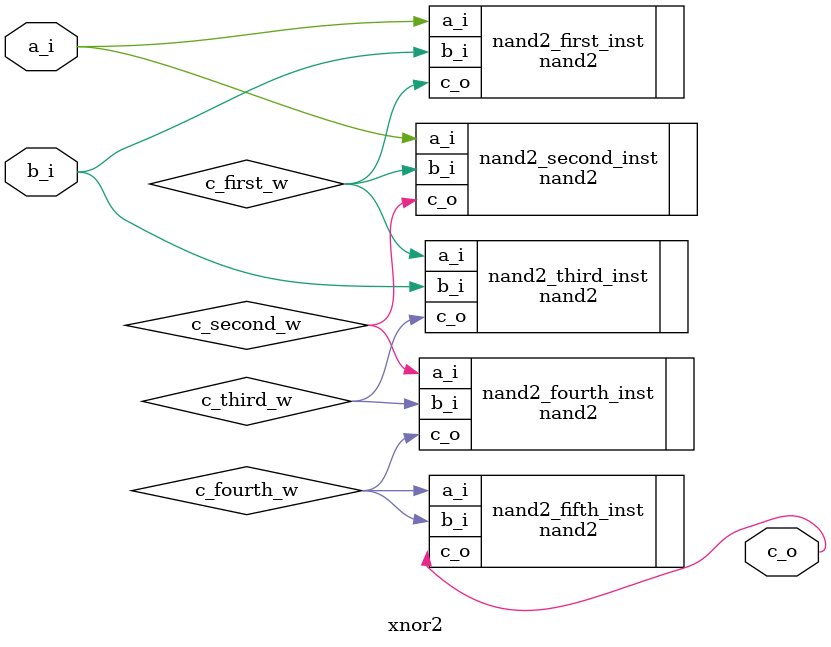
<source format=sv>
module xnor2
  (input [0:0] a_i
  ,input [0:0] b_i
  ,output [0:0] c_o);

   // For Lab 1, do not use assign statements!
   // Your code here:

  wire [0:0] c_first_w;
  wire [0:0] c_second_w;
  wire [0:0] c_third_w;
  wire [0:0] c_fourth_w;

  nand2 
    #()
  nand2_first_inst
    (.a_i(a_i),        // 0,0,1,1
     .b_i(b_i),        // 0,1,0,1
     .c_o(c_first_w)   // 1,1,1,0
    );

  nand2 
    #()
  nand2_second_inst
    (.a_i(a_i),        // 0,0,1,1
     .b_i(c_first_w),  // 1,1,1,0
     .c_o(c_second_w)  // 1,1,0,1
    );

  nand2 
    #()
  nand2_third_inst
    (.a_i(c_first_w),  // 1,1,1,0
     .b_i(b_i),        // 0,1,0,1
     .c_o(c_third_w)   // 1,0,1,1
    );
  
  nand2
    #()
  nand2_fourth_inst
    (.a_i(c_second_w), // 1,1,0,1
     .b_i(c_third_w),  // 1,0,1,1
     .c_o(c_fourth_w)  // 0,1,1,0
    );

  nand2
    #()
  nand2_fifth_inst
    (.a_i(c_fourth_w), // 0,1,1,0
     .b_i(c_fourth_w), // 0,1,1,0
     .c_o(c_o)         // 1,0,0,1
    );


endmodule

</source>
